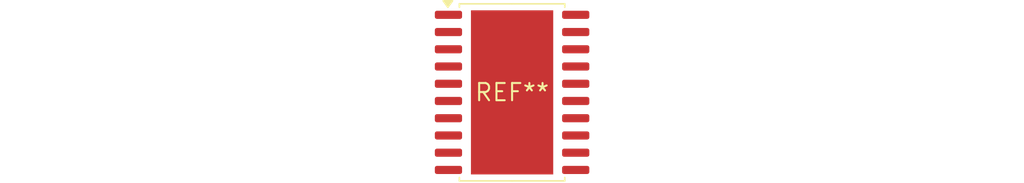
<source format=kicad_pcb>
(kicad_pcb (version 20240108) (generator pcbnew)
  (layers (0 "F.Cu" signal) (31 "B.Cu" signal) (34 "B.Paste" user) (35 "F.Paste" user) (36 "B.SilkS" user "B.Silkscreen") (37 "F.SilkS" user "F.Silkscreen") (38 "B.Mask" user) (39 "F.Mask" user) (44 "Edge.Cuts" user))
  (net 0 "")
  (footprint "SO-20-1EP_7.52x12.825mm_P1.27mm_EP6.045x12.09mm_Mask3.56x4.47mm" (layer "F.Cu") (at 0 0)
    (property "Reference" "REF**")
    (property "Value" "SO-20-1EP_7.52x12.825mm_P1.27mm_EP6.045x12.09mm_Mask3.56x4.47mm")
    (fp_line (start -3.87 -6.5225) (end -3.87 -6.275) (layer "F.SilkS") (stroke (width 0.12)))
    (fp_line (start -3.87 6.5225) (end -3.87 6.275) (layer "F.SilkS") (stroke (width 0.12)))
    (fp_line (start 0 -6.5225) (end -3.87 -6.5225) (layer "F.SilkS") (stroke (width 0.12)))
    (fp_line (start 0 -6.5225) (end 3.87 -6.5225) (layer "F.SilkS") (stroke (width 0.12)))
    (fp_line (start 0 6.5225) (end -3.87 6.5225) (layer "F.SilkS") (stroke (width 0.12)))
    (fp_line (start 0 6.5225) (end 3.87 6.5225) (layer "F.SilkS") (stroke (width 0.12)))
    (fp_line (start 3.87 -6.5225) (end 3.87 -6.275) (layer "F.SilkS") (stroke (width 0.12)))
    (fp_line (start 3.87 6.5225) (end 3.87 6.275) (layer "F.SilkS") (stroke (width 0.12)))
    (fp_poly (pts (xy -4.7175 -6.275) (xy -5.0575 -6.745) (xy -4.3775 -6.745) (xy -4.7175 -6.275)) (layer "F.SilkS") (stroke (width 0.12)) (fill solid))
    (pad "1" smd roundrect (at -4.675 -5.715) (size 2 0.6) (layers "F.Cu" "F.Paste" "F.Mask"))
    (pad "2" smd roundrect (at -4.675 -4.445) (size 2 0.6) (layers "F.Cu" "F.Paste" "F.Mask"))
    (pad "3" smd roundrect (at -4.675 -3.175) (size 2 0.6) (layers "F.Cu" "F.Paste" "F.Mask"))
    (pad "4" smd roundrect (at -4.675 -1.905) (size 2 0.6) (layers "F.Cu" "F.Paste" "F.Mask"))
    (pad "5" smd roundrect (at -4.675 -0.635) (size 2 0.6) (layers "F.Cu" "F.Paste" "F.Mask"))
    (pad "6" smd roundrect (at -4.675 0.635) (size 2 0.6) (layers "F.Cu" "F.Paste" "F.Mask"))
    (pad "7" smd roundrect (at -4.675 1.905) (size 2 0.6) (layers "F.Cu" "F.Paste" "F.Mask"))
    (pad "8" smd roundrect (at -4.675 3.175) (size 2 0.6) (layers "F.Cu" "F.Paste" "F.Mask"))
    (pad "9" smd roundrect (at -4.675 4.445) (size 2 0.6) (layers "F.Cu" "F.Paste" "F.Mask"))
    (pad "10" smd roundrect (at -4.675 5.715) (size 2 0.6) (layers "F.Cu" "F.Paste" "F.Mask"))
    (pad "11" smd roundrect (at 4.675 5.715) (size 2 0.6) (layers "F.Cu" "F.Paste" "F.Mask"))
    (pad "12" smd roundrect (at 4.675 4.445) (size 2 0.6) (layers "F.Cu" "F.Paste" "F.Mask"))
    (pad "13" smd roundrect (at 4.675 3.175) (size 2 0.6) (layers "F.Cu" "F.Paste" "F.Mask"))
    (pad "14" smd roundrect (at 4.675 1.905) (size 2 0.6) (layers "F.Cu" "F.Paste" "F.Mask"))
    (pad "15" smd roundrect (at 4.675 0.635) (size 2 0.6) (layers "F.Cu" "F.Paste" "F.Mask"))
    (pad "16" smd roundrect (at 4.675 -0.635) (size 2 0.6) (layers "F.Cu" "F.Paste" "F.Mask"))
    (pad "17" smd roundrect (at 4.675 -1.905) (size 2 0.6) (layers "F.Cu" "F.Paste" "F.Mask"))
    (pad "18" smd roundrect (at 4.675 -3.175) (size 2 0.6) (layers "F.Cu" "F.Paste" "F.Mask"))
    (pad "19" smd roundrect (at 4.675 -4.445) (size 2 0.6) (layers "F.Cu" "F.Paste" "F.Mask"))
    (pad "20" smd roundrect (at 4.675 -5.715) (size 2 0.6) (layers "F.Cu" "F.Paste" "F.Mask"))
    (pad "21" smd rect (at 0 0) (size 6.045 12.09) (property pad_prop_heatsink) (layers "F.Cu"))
  )
)
</source>
